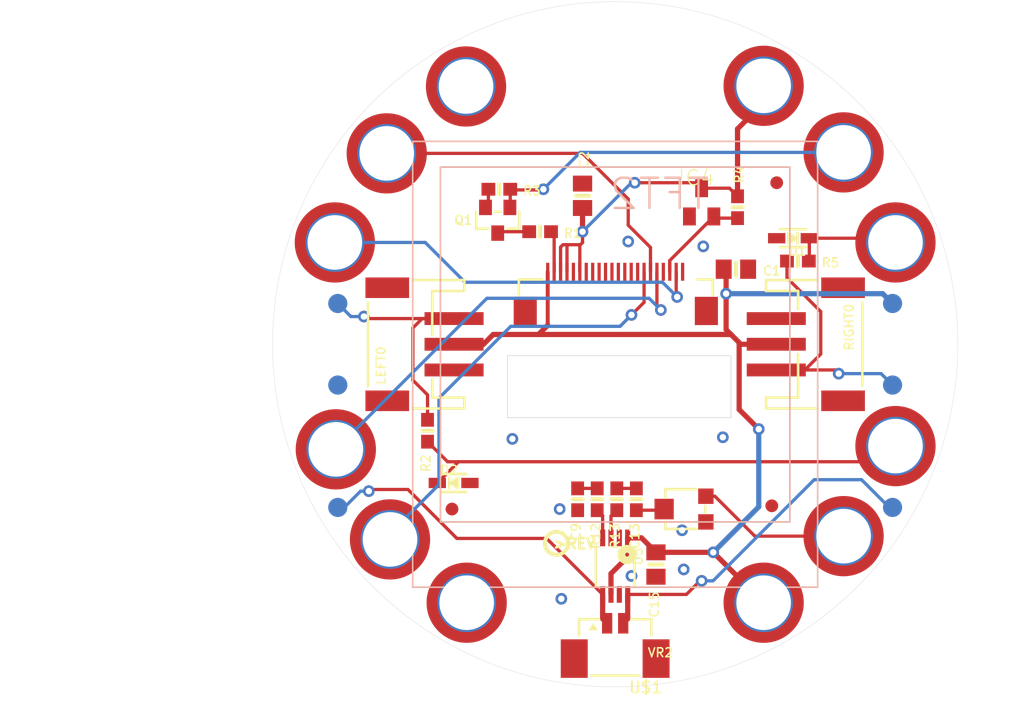
<source format=kicad_pcb>
(kicad_pcb (version 20211014) (generator pcbnew)
  (layers (0 "F.Cu" signal) (1 "In1.Cu" signal) (2 "In2.Cu" signal) (3 "In3.Cu" signal) (4 "In4.Cu" signal) (5 "In5.Cu" signal) (6 "In6.Cu" signal) (7 "In7.Cu" signal) (8 "In8.Cu" signal) (9 "In9.Cu" signal) (10 "In10.Cu" signal) (11 "In11.Cu" signal) (12 "In12.Cu" signal) (13 "In13.Cu" signal) (14 "In14.Cu" signal) (31 "B.Cu" signal) (34 "B.Paste" user) (35 "F.Paste" user) (36 "B.SilkS" user "B.Silkscreen") (37 "F.SilkS" user "F.Silkscreen") (38 "B.Mask" user) (39 "F.Mask" user) (44 "Edge.Cuts" user))
  (net 0 "")
  (net 1 "GND")
  (net 2 "3.3V")
  (net 3 "A0_SPEAKER")
  (net 4 "A3_BACKLITE")
  (net 5 "V+")
  (net 6 "N$19")
  (net 7 "N$20")
  (net 8 "N$21")
  (net 9 "N$22")
  (net 10 "N$23")
  (net 11 "SPKR+")
  (net 12 "SPKR-")
  (net 13 "~{TFT_RST}")
  (net 14 "MOSI")
  (net 15 "SCK")
  (net 16 "A2")
  (net 17 "A2_")
  (net 18 "A1_")
  (net 19 "A1")
  (net 20 "N$1")
  (net 21 "A7_DC")
  (net 22 "A6_CS")
  (net 23 "LEDK")
  (footprint "boardEagle:SMT_NUT_3MM" (layer "F.Cu") (at 160.0581 84.8868 90)
    (fp_text reference "TP2" hide)
    (fp_text value "SEWTAP_SMTNUTM3" hide)
    (fp_circle (center 0 0) (end 2.6162 0) (layer "F.Cu") (width 1.016) (fill none))
    (pad "P$1" thru_hole circle (at 0 0 90) (size 4.572 4.572) (drill 4.25) (layers *.Cu *.Mask) (net 2 "3.3V"))
  )
  (footprint "boardEagle:SMT_NUT_3MM" (layer "F.Cu") (at 130.9751 120.1928 90)
    (fp_text reference "TP13" hide)
    (fp_text value "SEWTAP_SMTNUTM3" hide)
    (fp_circle (center 0 0) (end 2.6162 0) (layer "F.Cu") (width 1.016) (fill none))
    (pad "P$1" thru_hole circle (at 0 0 90) (size 4.572 4.572) (drill 4.25) (layers *.Cu *.Mask) (net 21 "A7_DC"))
  )
  (footprint "boardEagle:SOD-323" (layer "F.Cu") (at 135.9281 115.7986)
    (fp_text reference "D2" (at -1.1 -1) (layer "F.SilkS") (effects (font (size 0.692831 0.692831) (thickness 0.119969)) (justify left)))
    (fp_text value "3.6V")
    (fp_line (start 0.35 -0.4) (end 0.35 0.4) (layer "F.SilkS") (width 0.2032))
    (fp_line (start 0.35 0.4) (end -0.25 0) (layer "F.SilkS") (width 0.2032))
    (fp_line (start -0.25 0) (end 0.35 -0.4) (layer "F.SilkS") (width 0.2032))
    (fp_line (start 1 0.7) (end -1 0.7) (layer "F.SilkS") (width 0.2032))
    (fp_line (start -1 -0.7) (end 1 -0.7) (layer "F.SilkS") (width 0.2032))
    (fp_poly (pts (xy -0.45 0.5) (xy -0.25 0.5) (xy -0.25 -0.5) (xy -0.45 -0.5)) (layer "F.SilkS") (width 0) (fill solid))
    (fp_poly (pts (xy 0.3016 0.389841) (xy -0.283162 0) (xy 0.3016 -0.389841)) (layer "F.SilkS") (width 0) (fill solid))
    (pad "A" smd rect (at 1.27 0) (size 1.35 0.8) (layers "F.Cu" "F.Paste" "F.Mask") (net 1 "GND"))
    (pad "C" smd rect (at -1.27 0) (size 1.35 0.8) (layers "F.Cu" "F.Paste" "F.Mask") (net 19 "A1"))
  )
  (footprint "boardEagle:SMT_NUT_3MM" (layer "F.Cu") (at 136.9441 125.1204 90)
    (fp_text reference "TP5" hide)
    (fp_text value "SEWTAP_SMTNUTM3" hide)
    (fp_circle (center 0 0) (end 2.6162 0) (layer "F.Cu") (width 1.016) (fill none))
    (pad "P$1" thru_hole circle (at 0 0 90) (size 4.572 4.572) (drill 4.25) (layers *.Cu *.Mask) (net 1 "GND"))
  )
  (footprint "boardEagle:FIDUCIAL_1MM" (layer "F.Cu") (at 135.8011 117.8306)
    (fp_text reference "U$3" hide)
    (fp_text value "FIDUCIAL_1MM" hide)
    (pad "1" smd roundrect (at 0 0) (size 1 1) (layers "F.Cu" "F.Mask") (roundrect_rratio 0.5))
  )
  (footprint "boardEagle:SMT_NUT_3MM" (layer "F.Cu") (at 126.7587 113.1824 90)
    (fp_text reference "TP12" hide)
    (fp_text value "SEWTAP_SMTNUTM3" hide)
    (fp_circle (center 0 0) (end 2.6162 0) (layer "F.Cu") (width 1.016) (fill none))
    (pad "P$1" thru_hole circle (at 0 0 90) (size 4.572 4.572) (drill 4.25) (layers *.Cu *.Mask) (net 22 "A6_CS"))
  )
  (footprint "boardEagle:SOT23-WIDE" (layer "F.Cu") (at 139.3571 95.3516 180)
    (fp_text reference "Q1" (at 1.905 0) (layer "F.SilkS") (effects (font (size 0.692831 0.692831) (thickness 0.119969)) (justify right)))
    (fp_text value "BSS138")
    (fp_line (start -1.6724 -0.6604) (end -0.7136 -0.6604) (layer "F.SilkS") (width 0.2032))
    (fp_line (start 1.6724 -0.6604) (end 1.6724 0.6524) (layer "F.SilkS") (width 0.2032))
    (fp_line (start -1.6724 0.6524) (end -1.6724 -0.6604) (layer "F.SilkS") (width 0.2032))
    (fp_line (start 0.2224 0.6604) (end -0.2364 0.6604) (layer "F.SilkS") (width 0.2032))
    (fp_line (start 0.7136 -0.6604) (end 1.6724 -0.6604) (layer "F.SilkS") (width 0.2032))
    (pad "1" smd rect (at -0.95 1 180) (size 1 1.2) (layers "F.Cu" "F.Paste" "F.Mask") (net 4 "A3_BACKLITE"))
    (pad "2" smd rect (at 0.95 1 180) (size 1 1.2) (layers "F.Cu" "F.Paste" "F.Mask") (net 1 "GND"))
    (pad "3" smd rect (at 0 -1 180) (size 1 1.2) (layers "F.Cu" "F.Paste" "F.Mask") (net 20 "N$1"))
  )
  (footprint "boardEagle:0603-NO" (layer "F.Cu") (at 142.6591 96.2406)
    (fp_text reference "R1" (at 1.778 0.127) (layer "F.SilkS") (effects (font (size 0.692831 0.692831) (thickness 0.119969)) (justify left)))
    (fp_text value "33 ohm")
    (fp_line (start 0 -0.4) (end 0 0.4) (layer "F.SilkS") (width 0.3048))
    (pad "1" smd rect (at -0.85 0) (size 1.075 1) (layers "F.Cu" "F.Paste" "F.Mask") (net 20 "N$1"))
    (pad "2" smd rect (at 0.85 0) (size 1.075 1) (layers "F.Cu" "F.Paste" "F.Mask") (net 23 "LEDK"))
  )
  (footprint "boardEagle:0603-NO" (layer "F.Cu") (at 162.7251 98.5266)
    (fp_text reference "R5" (at 1.778 0.127) (layer "F.SilkS") (effects (font (size 0.692831 0.692831) (thickness 0.119969)) (justify left)))
    (fp_text value "1K")
    (fp_line (start 0 -0.4) (end 0 0.4) (layer "F.SilkS") (width 0.3048))
    (pad "1" smd rect (at -0.85 0) (size 1.075 1) (layers "F.Cu" "F.Paste" "F.Mask") (net 17 "A2_"))
    (pad "2" smd rect (at 0.85 0) (size 1.075 1) (layers "F.Cu" "F.Paste" "F.Mask") (net 16 "A2"))
  )
  (footprint "boardEagle:TFTGIZMO_BACK" (layer "F.Cu") (at 121.8311 131.6736)
    (fp_text reference "U$18" hide)
    (fp_text value "" hide)
  )
  (footprint "boardEagle:0805-NO" (layer "F.Cu") (at 157.8991 99.1616)
    (fp_text reference "C1" (at 2.032 0.127) (layer "F.SilkS") (effects (font (size 0.692831 0.692831) (thickness 0.119969)) (justify left)))
    (fp_text value "10uF")
    (fp_line (start 0 -0.508) (end 0 0.508) (layer "F.SilkS") (width 0.3048))
    (pad "1" smd rect (at -0.95 0) (size 1.24 1.5) (layers "F.Cu" "F.Paste" "F.Mask") (net 5 "V+"))
    (pad "2" smd rect (at 0.95 0) (size 1.24 1.5) (layers "F.Cu" "F.Paste" "F.Mask") (net 1 "GND"))
  )
  (footprint "boardEagle:JSTPH3" (layer "F.Cu") (at 163.7411 105.0036 -90)
    (fp_text reference "RIGHT0" (at -3.2225 -2.9685 90) (layer "F.SilkS") (effects (font (size 0.692831 0.692831) (thickness 0.119969)) (justify right)))
    (fp_text value "JST PH 3")
    (fp_line (start -3.25 -4) (end 3.25 -4) (layer "F.SilkS") (width 0.2032))
    (fp_line (start 4.15 3.5) (end 4.15 1) (layer "F.SilkS") (width 0.2032))
    (fp_line (start 5 3.5) (end 4.15 3.5) (layer "F.SilkS") (width 0.2032))
    (fp_line (start -2.75 1) (end -4.15 1) (layer "F.SilkS") (width 0.2032))
    (fp_line (start -4.15 1) (end -4.15 3.5) (layer "F.SilkS") (width 0.2032))
    (fp_line (start 5 -0.5) (end 5 3.5) (layer "F.SilkS") (width 0.2032))
    (fp_line (start -4.15 3.5) (end -5 3.5) (layer "F.SilkS") (width 0.2032))
    (fp_line (start 4.15 1) (end 0.75 1) (layer "F.SilkS") (width 0.2032))
    (fp_line (start -5 3.5) (end -5 -0.5) (layer "F.SilkS") (width 0.2032))
    (pad "1" smd rect (at -2 2.7 270) (size 1 4.6) (layers "F.Cu" "F.Paste" "F.Mask") (net 1 "GND"))
    (pad "2" smd rect (at 0 2.7 270) (size 1 4.6) (layers "F.Cu" "F.Paste" "F.Mask") (net 5 "V+"))
    (pad "3" smd rect (at 2 2.7 270) (size 1 4.6) (layers "F.Cu" "F.Paste" "F.Mask") (net 17 "A2_"))
    (pad "NC1" smd rect (at -4.4 -2.5) (size 3.4 1.6) (layers "F.Cu" "F.Paste" "F.Mask"))
    (pad "NC2" smd rect (at 4.4 -2.5) (size 3.4 1.6) (layers "F.Cu" "F.Paste" "F.Mask"))
  )
  (footprint "boardEagle:PCBFEAT-REV-040" (layer "F.Cu") (at 143.9291 120.4976)
    (fp_text reference "U$7" hide)
    (fp_text value "" hide)
    (fp_text user ">REV" (at -0.3556 0.508) (layer "F.SilkS") (effects (font (size 0.8128 0.8128) (thickness 0.2032)) (justify left bottom)))
    (fp_circle (center 0 0) (end 0.898 0) (layer "F.SilkS") (width 0.3048) (fill none))
  )
  (footprint "boardEagle:0805-NO" (layer "F.Cu") (at 145.9611 93.4466 90)
    (fp_text reference "C2" (at 2.032 0.127 90) (layer "F.SilkS") (effects (font (size 0.692831 0.692831) (thickness 0.119969)) (justify left)))
    (fp_text value "10uF")
    (fp_line (start 0 -0.508) (end 0 0.508) (layer "F.SilkS") (width 0.3048))
    (pad "1" smd rect (at -0.95 0 90) (size 1.24 1.5) (layers "F.Cu" "F.Paste" "F.Mask") (net 2 "3.3V"))
    (pad "2" smd rect (at 0.95 0 90) (size 1.24 1.5) (layers "F.Cu" "F.Paste" "F.Mask") (net 1 "GND"))
  )
  (footprint "boardEagle:SMT_NUT_3MM" (layer "F.Cu") (at 136.8933 84.9376 90)
    (fp_text reference "TP4" hide)
    (fp_text value "SEWTAP_SMTNUTM3" hide)
    (fp_circle (center 0 0) (end 2.6162 0) (layer "F.Cu") (width 1.016) (fill none))
    (pad "P$1" thru_hole circle (at 0 0 90) (size 4.572 4.572) (drill 4.25) (layers *.Cu *.Mask) (net 1 "GND"))
  )
  (footprint "boardEagle:SMT_NUT_3MM" (layer "F.Cu") (at 170.3197 112.9284 90)
    (fp_text reference "TP8" hide)
    (fp_text value "SEWTAP_SMTNUTM3" hide)
    (fp_circle (center 0 0) (end 2.6162 0) (layer "F.Cu") (width 1.016) (fill none))
    (pad "P$1" thru_hole circle (at 0 0 90) (size 4.572 4.572) (drill 4.25) (layers *.Cu *.Mask) (net 19 "A1"))
  )
  (footprint "boardEagle:SMT_NUT_3MM" (layer "F.Cu") (at 166.2811 119.9388 90)
    (fp_text reference "TP9" hide)
    (fp_text value "SEWTAP_SMTNUTM3" hide)
    (fp_circle (center 0 0) (end 2.6162 0) (layer "F.Cu") (width 1.016) (fill none))
    (pad "P$1" thru_hole circle (at 0 0 90) (size 4.572 4.572) (drill 4.25) (layers *.Cu *.Mask) (net 3 "A0_SPEAKER"))
  )
  (footprint "boardEagle:0805-NO" (layer "F.Cu") (at 151.6761 122.1486 -90)
    (fp_text reference "C15" (at 2.032 0.127 90) (layer "F.SilkS") (effects (font (size 0.692831 0.692831) (thickness 0.119969)) (justify right)))
    (fp_text value "10uF")
    (fp_line (start 0 -0.508) (end 0 0.508) (layer "F.SilkS") (width 0.3048))
    (pad "1" smd rect (at -0.95 0 270) (size 1.24 1.5) (layers "F.Cu" "F.Paste" "F.Mask") (net 5 "V+"))
    (pad "2" smd rect (at 0.95 0 270) (size 1.24 1.5) (layers "F.Cu" "F.Paste" "F.Mask") (net 1 "GND"))
  )
  (footprint "boardEagle:0603-NO" (layer "F.Cu") (at 148.6281 117.0686 -90)
    (fp_text reference "R13" (at 1.778 0.127 90) (layer "F.SilkS") (effects (font (size 0.692831 0.692831) (thickness 0.119969)) (justify right)))
    (fp_text value "100")
    (fp_line (start 0 -0.4) (end 0 0.4) (layer "F.SilkS") (width 0.3048))
    (pad "1" smd rect (at -0.85 0 270) (size 1.075 1) (layers "F.Cu" "F.Paste" "F.Mask") (net 9 "N$22"))
    (pad "2" smd rect (at 0.85 0 270) (size 1.075 1) (layers "F.Cu" "F.Paste" "F.Mask") (net 7 "N$20"))
  )
  (footprint "boardEagle:SOT23" (layer "F.Cu") (at 155.2321 93.9546)
    (fp_text reference "IC4" (at -1.905 -1.905) (layer "F.SilkS") (effects (font (size 1.176528 1.176528) (thickness 0.093472)) (justify left)))
    (fp_text value "APX803-SAG")
    (pad "1" smd rect (at -0.95 1.1) (size 1 1.4) (layers "F.Cu" "F.Paste" "F.Mask") (net 1 "GND"))
    (pad "2" smd rect (at 0.95 1.1) (size 1 1.4) (layers "F.Cu" "F.Paste" "F.Mask") (net 13 "~{TFT_RST}"))
    (pad "3" smd rect (at 0 -1.1) (size 1 1.4) (layers "F.Cu" "F.Paste" "F.Mask") (net 2 "3.3V"))
  )
  (footprint "boardEagle:0603-NO" (layer "F.Cu") (at 145.5801 117.0686 -90)
    (fp_text reference "C9" (at 1.778 0.127 90) (layer "F.SilkS") (effects (font (size 0.692831 0.692831) (thickness 0.119969)) (justify right)))
    (fp_text value "1uF")
    (fp_line (start 0 -0.4) (end 0 0.4) (layer "F.SilkS") (width 0.3048))
    (pad "1" smd rect (at -0.85 0 270) (size 1.075 1) (layers "F.Cu" "F.Paste" "F.Mask") (net 8 "N$21"))
    (pad "2" smd rect (at 0.85 0 270) (size 1.075 1) (layers "F.Cu" "F.Paste" "F.Mask") (net 1 "GND"))
  )
  (footprint "boardEagle:SOD-323" (layer "F.Cu") (at 162.3441 96.7486 180)
    (fp_text reference "D1" (at -1.1 -1) (layer "F.SilkS") (effects (font (size 0.692831 0.692831) (thickness 0.119969)) (justify right)))
    (fp_text value "3.6V")
    (fp_line (start -0.25 0) (end 0.35 -0.4) (layer "F.SilkS") (width 0.2032))
    (fp_line (start 0.35 -0.4) (end 0.35 0.4) (layer "F.SilkS") (width 0.2032))
    (fp_line (start 1 0.7) (end -1 0.7) (layer "F.SilkS") (width 0.2032))
    (fp_line (start -1 -0.7) (end 1 -0.7) (layer "F.SilkS") (width 0.2032))
    (fp_line (start 0.35 0.4) (end -0.25 0) (layer "F.SilkS") (width 0.2032))
    (fp_poly (pts (xy 0.3016 0.389841) (xy -0.283162 0) (xy 0.3016 -0.389841)) (layer "F.SilkS") (width 0) (fill solid))
    (fp_poly (pts (xy -0.45 0.5) (xy -0.25 0.5) (xy -0.25 -0.5) (xy -0.45 -0.5)) (layer "F.SilkS") (width 0) (fill solid))
    (pad "A" smd rect (at 1.27 0 180) (size 1.35 0.8) (layers "F.Cu" "F.Paste" "F.Mask") (net 1 "GND"))
    (pad "C" smd rect (at -1.27 0 180) (size 1.35 0.8) (layers "F.Cu" "F.Paste" "F.Mask") (net 16 "A2"))
  )
  (footprint "boardEagle:0603-NO" (layer "F.Cu") (at 139.4841 92.9386)
    (fp_text reference "R3" (at 1.778 0.127) (layer "F.SilkS") (effects (font (size 0.692831 0.692831) (thickness 0.119969)) (justify left)))
    (fp_text value "10K")
    (fp_line (start 0 -0.4) (end 0 0.4) (layer "F.SilkS") (width 0.3048))
    (pad "1" smd rect (at -0.85 0) (size 1.075 1) (layers "F.Cu" "F.Paste" "F.Mask") (net 1 "GND"))
    (pad "2" smd rect (at 0.85 0) (size 1.075 1) (layers "F.Cu" "F.Paste" "F.Mask") (net 4 "A3_BACKLITE"))
  )
  (footprint "boardEagle:TRIMPOT_BOURNS_3303W" (layer "F.Cu") (at 153.9621 117.8306 90)
    (fp_text reference "VR2" (at -11.176 -0.889) (layer "F.SilkS") (effects (font (size 0.692831 0.692831) (thickness 0.119969)) (justify right)))
    (fp_text value "10K trim")
    (fp_line (start -1.55 0.85) (end -1.55 -1.55) (layer "F.SilkS") (width 0.2032))
    (fp_line (start -0.3 1.55) (end 0.25 1.55) (layer "F.SilkS") (width 0.2032))
    (fp_line (start 1.55 -1.55) (end 1.55 0.85) (layer "F.SilkS") (width 0.2032))
    (fp_line (start 0.9 -1.55) (end 1.55 -1.55) (layer "F.SilkS") (width 0.2032))
    (fp_line (start -1.55 -1.55) (end -0.95 -1.55) (layer "F.SilkS") (width 0.2032))
    (pad "1" smd rect (at -1 1.6 180) (size 1.2 1.2) (layers "F.Cu" "F.Paste" "F.Mask") (net 1 "GND"))
    (pad "2" smd rect (at 0 -1.65 90) (size 1.6 1.5) (layers "F.Cu" "F.Paste" "F.Mask") (net 10 "N$23"))
    (pad "3" smd rect (at 1 1.6 180) (size 1.2 1.2) (layers "F.Cu" "F.Paste" "F.Mask") (net 3 "A0_SPEAKER"))
  )
  (footprint "boardEagle:MSOP8_0.65MM" (layer "F.Cu") (at 148.5011 122.2756 180)
    (fp_text reference "U5" (at -1.778 1.524 90) (layer "F.SilkS") (effects (font (size 0.692831 0.692831) (thickness 0.119969)) (justify right)))
    (fp_text value "PAM8302AASCR")
    (fp_line (start -1.5 -1.5) (end -1.5 1.5) (layer "F.SilkS") (width 0.2032))
    (fp_line (start 1.5 1.5) (end 1.5 -1.5) (layer "F.SilkS") (width 0.2032))
    (fp_circle (center -0.93 0.9) (end -0.78 0.9) (layer "F.SilkS") (width 0.6096) (fill none))
    (pad "1" smd rect (at -0.975 2.2 270) (size 1.3 0.4) (layers "F.Cu" "F.Paste" "F.Mask") (net 5 "V+"))
    (pad "2" smd rect (at -0.325 2.2 270) (size 1.3 0.4) (layers "F.Cu" "F.Paste" "F.Mask"))
    (pad "3" smd rect (at 0.325 2.2 270) (size 1.3 0.4) (layers "F.Cu" "F.Paste" "F.Mask") (net 7 "N$20"))
    (pad "4" smd rect (at 0.975 2.2 270) (size 1.3 0.4) (layers "F.Cu" "F.Paste" "F.Mask") (net 6 "N$19"))
    (pad "5" smd rect (at 0.975 -2.2 270) (size 1.3 0.4) (layers "F.Cu" "F.Paste" "F.Mask") (net 11 "SPKR+"))
    (pad "6" smd rect (at 0.325 -2.2 270) (size 1.3 0.4) (layers "F.Cu" "F.Paste" "F.Mask") (net 5 "V+"))
    (pad "7" smd rect (at -0.325 -2.2 270) (size 1.3 0.4) (layers "F.Cu" "F.Paste" "F.Mask") (net 1 "GND"))
    (pad "8" smd rect (at -0.975 -2.2 270) (size 1.3 0.4) (layers "F.Cu" "F.Paste" "F.Mask") (net 12 "SPKR-"))
  )
  (footprint "boardEagle:0603-NO" (layer "F.Cu") (at 150.1521 117.0686 -90)
    (fp_text reference "C13" (at 1.778 0.127 90) (layer "F.SilkS") (effects (font (size 0.692831 0.692831) (thickness 0.119969)) (justify right)))
    (fp_text value "1uF")
    (fp_line (start 0 -0.4) (end 0 0.4) (layer "F.SilkS") (width 0.3048))
    (pad "1" smd rect (at -0.85 0 270) (size 1.075 1) (layers "F.Cu" "F.Paste" "F.Mask") (net 9 "N$22"))
    (pad "2" smd rect (at 0.85 0 270) (size 1.075 1) (layers "F.Cu" "F.Paste" "F.Mask") (net 10 "N$23"))
  )
  (footprint "boardEagle:SMT_NUT_3MM" (layer "F.Cu") (at 160.0581 125.1204 90)
    (fp_text reference "TP3" hide)
    (fp_text value "SEWTAP_SMTNUTM3" hide)
    (fp_circle (center 0 0) (end 2.6162 0) (layer "F.Cu") (width 1.016) (fill none))
    (pad "P$1" thru_hole circle (at 0 0 90) (size 4.572 4.572) (drill 4.25) (layers *.Cu *.Mask) (net 5 "V+"))
  )
  (footprint "boardEagle:SMT_NUT_3MM" (layer "F.Cu") (at 170.3197 97.0788 90)
    (fp_text reference "TP7" hide)
    (fp_text value "SEWTAP_SMTNUTM3" hide)
    (fp_circle (center 0 0) (end 2.6162 0) (layer "F.Cu") (width 1.016) (fill none))
    (pad "P$1" thru_hole circle (at 0 0 90) (size 4.572 4.572) (drill 4.25) (layers *.Cu *.Mask) (net 16 "A2"))
  )
  (footprint "boardEagle:SMT_NUT_3MM" (layer "F.Cu") (at 126.6825 97.0788 90)
    (fp_text reference "TP11" hide)
    (fp_text value "SEWTAP_SMTNUTM3" hide)
    (fp_circle (center 0 0) (end 2.6162 0) (layer "F.Cu") (width 1.016) (fill none))
    (pad "P$1" thru_hole circle (at 0 0 90) (size 4.572 4.572) (drill 4.25) (layers *.Cu *.Mask) (net 14 "MOSI"))
  )
  (footprint "boardEagle:FIDUCIAL_1MM" (layer "F.Cu") (at 161.0741 92.4306)
    (fp_text reference "U$2" hide)
    (fp_text value "FIDUCIAL_1MM" hide)
    (pad "1" smd roundrect (at 0 0) (size 1 1) (layers "F.Cu" "F.Mask") (roundrect_rratio 0.5))
  )
  (footprint "boardEagle:0603-NO" (layer "F.Cu") (at 158.0261 94.3356 90)
    (fp_text reference "R4" (at 1.778 0.127 90) (layer "F.SilkS") (effects (font (size 0.692831 0.692831) (thickness 0.119969)) (justify left)))
    (fp_text value "10K")
    (fp_line (start 0 -0.4) (end 0 0.4) (layer "F.SilkS") (width 0.3048))
    (pad "1" smd rect (at -0.85 0 90) (size 1.075 1) (layers "F.Cu" "F.Paste" "F.Mask") (net 13 "~{TFT_RST}"))
    (pad "2" smd rect (at 0.85 0 90) (size 1.075 1) (layers "F.Cu" "F.Paste" "F.Mask") (net 2 "3.3V"))
  )
  (footprint "boardEagle:SMT_NUT_3MM" (layer "F.Cu") (at 166.2811 90.0684 90)
    (fp_text reference "TP6" hide)
    (fp_text value "SEWTAP_SMTNUTM3" hide)
    (fp_circle (center 0 0) (end 2.6162 0) (layer "F.Cu") (width 1.016) (fill none))
    (pad "P$1" thru_hole circle (at 0 0 90) (size 4.572 4.572) (drill 4.25) (layers *.Cu *.Mask) (net 4 "A3_BACKLITE"))
  )
  (footprint "boardEagle:0603-NO" (layer "F.Cu") (at 147.1041 117.0686 -90)
    (fp_text reference "R12" (at 1.778 0.127 90) (layer "F.SilkS") (effects (font (size 0.692831 0.692831) (thickness 0.119969)) (justify right)))
    (fp_text value "100")
    (fp_line (start 0 -0.4) (end 0 0.4) (layer "F.SilkS") (width 0.3048))
    (pad "1" smd rect (at -0.85 0 270) (size 1.075 1) (layers "F.Cu" "F.Paste" "F.Mask") (net 8 "N$21"))
    (pad "2" smd rect (at 0.85 0 270) (size 1.075 1) (layers "F.Cu" "F.Paste" "F.Mask") (net 6 "N$19"))
  )
  (footprint "boardEagle:53398-0271" (layer "F.Cu") (at 148.5011 127.9906 180)
    (fp_text reference "U$1" (at -3.75 -3.73) (layer "F.SilkS") (effects (font (size 0.866038 0.866038) (thickness 0.149962)) (justify right)))
    (fp_text value "CON_MOLEX_2P")
    (fp_line (start 1.25 1.5826) (end 2.8125 1.5826) (layer "F.SilkS") (width 0.2032))
    (fp_line (start -1.875 -2.7925) (end 1.875 -2.7925) (layer "F.SilkS") (width 0.2032))
    (fp_line (start -2.8125 1.5826) (end -1.25 1.5826) (layer "F.SilkS") (width 0.2032))
    (fp_line (start 2.8125 1.5826) (end 2.8125 0.3325) (layer "F.SilkS") (width 0.2032))
    (fp_line (start -2.8125 0.3325) (end -2.8125 1.5826) (layer "F.SilkS") (width 0.2032))
    (fp_poly (pts (xy 1.705 1.287476) (xy 1.332349 0.7285) (xy 2.077651 0.7285)) (layer "F.SilkS") (width 0) (fill solid))
    (pad "1" smd rect (at 0.625 1.27) (size 0.8 1.6) (layers "F.Cu" "F.Paste" "F.Mask") (net 11 "SPKR+"))
    (pad "2" smd rect (at -0.625 1.27) (size 0.8 1.6) (layers "F.Cu" "F.Paste" "F.Mask") (net 12 "SPKR-"))
    (pad "M1" smd rect (at 3.185 -1.48 90) (size 3 2.1) (layers "F.Cu" "F.Paste" "F.Mask"))
    (pad "M2" smd rect (at -3.185 -1.48 90) (size 3 2.1) (layers "F.Cu" "F.Paste" "F.Mask"))
  )
  (footprint "boardEagle:JSTPH3" (layer "F.Cu") (at 133.2611 105.0036 90)
    (fp_text reference "LEFT0" (at -3.2225 -2.9685 90) (layer "F.SilkS") (effects (font (size 0.692831 0.692831) (thickness 0.119969)) (justify left)))
    (fp_text value "JST PH 3")
    (fp_line (start -5 3.5) (end -5 -0.5) (layer "F.SilkS") (width 0.2032))
    (fp_line (start -4.15 1) (end -4.15 3.5) (layer "F.SilkS") (width 0.2032))
    (fp_line (start 4.15 1) (end 0.75 1) (layer "F.SilkS") (width 0.2032))
    (fp_line (start -4.15 3.5) (end -5 3.5) (layer "F.SilkS") (width 0.2032))
    (fp_line (start -2.75 1) (end -4.15 1) (layer "F.SilkS") (width 0.2032))
    (fp_line (start -3.25 -4) (end 3.25 -4) (layer "F.SilkS") (width 0.2032))
    (fp_line (start 4.15 3.5) (end 4.15 1) (layer "F.SilkS") (width 0.2032))
    (fp_line (start 5 -0.5) (end 5 3.5) (layer "F.SilkS") (width 0.2032))
    (fp_line (start 5 3.5) (end 4.15 3.5) (layer "F.SilkS") (width 0.2032))
    (pad "1" smd rect (at -2 2.7 90) (size 1 4.6) (layers "F.Cu" "F.Paste" "F.Mask") (net 1 "GND"))
    (pad "2" smd rect (at 0 2.7 90) (size 1 4.6) (layers "F.Cu" "F.Paste" "F.Mask") (net 5 "V+"))
    (pad "3" smd rect (at 2 2.7 90) (size 1 4.6) (layers "F.Cu" "F.Paste" "F.Mask") (net 18 "A1_"))
    (pad "NC1" smd rect (at -4.4 -2.5 180) (size 3.4 1.6) (layers "F.Cu" "F.Paste" "F.Mask"))
    (pad "NC2" smd rect (at 4.4 -2.5 180) (size 3.4 1.6) (layers "F.Cu" "F.Paste" "F.Mask"))
  )
  (footprint "boardEagle:FIDUCIAL_1MM" (layer "F.Cu") (at 160.6931 117.5766)
    (fp_text reference "U$6" hide)
    (fp_text value "FIDUCIAL_1MM" hide)
    (pad "1" smd roundrect (at 0 0) (size 1 1) (layers "F.Cu" "F.Mask") (roundrect_rratio 0.5))
  )
  (footprint "boardEagle:SMT_NUT_3MM" (layer "F.Cu") (at 130.7211 90.1446 90)
    (fp_text reference "TP10" hide)
    (fp_text value "SEWTAP_SMTNUTM3" hide)
    (fp_circle (center 0 0) (end 2.6162 0) (layer "F.Cu") (width 1.016) (fill none))
    (pad "P$1" thru_hole circle (at 0 0 90) (size 4.572 4.572) (drill 4.25) (layers *.Cu *.Mask) (net 15 "SCK"))
  )
  (footprint "boardEagle:0603-NO" (layer "F.Cu") (at 133.8961 111.7346 -90)
    (fp_text reference "R2" (at 1.778 0.127 90) (layer "F.SilkS") (effects (font (size 0.692831 0.692831) (thickness 0.119969)) (justify right)))
    (fp_text value "1K")
    (fp_line (start 0 -0.4) (end 0 0.4) (layer "F.SilkS") (width 0.3048))
    (pad "1" smd rect (at -0.85 0 270) (size 1.075 1) (layers "F.Cu" "F.Paste" "F.Mask") (net 18 "A1_"))
    (pad "2" smd rect (at 0.85 0 270) (size 1.075 1) (layers "F.Cu" "F.Paste" "F.Mask") (net 19 "A1"))
  )
  (footprint "boardEagle:TESTPOINT_ROUND_1.5MM_NO" (layer "B.Cu") (at 170.0911 117.7036 180)
    (fp_text reference "TP16" hide)
    (fp_text value "" hide)
    (pad "P$1" smd roundrect (at 0 0 180) (size 1.5 1.5) (layers "B.Cu" "B.Mask") (roundrect_rratio 0.5) (net 12 "SPKR-"))
  )
  (footprint "boardEagle:TESTPOINT_ROUND_1.5MM_NO" (layer "B.Cu") (at 126.9111 101.8286 180)
    (fp_text reference "TP1" hide)
    (fp_text value "" hide)
    (pad "P$1" smd roundrect (at 0 0 180) (size 1.5 1.5) (layers "B.Cu" "B.Mask") (roundrect_rratio 0.5) (net 18 "A1_"))
  )
  (footprint "boardEagle:TESTPOINT_ROUND_1.5MM_NO" (layer "B.Cu") (at 126.9111 108.1786 180)
    (fp_text reference "TP18" hide)
    (fp_text value "" hide)
    (pad "P$1" smd roundrect (at 0 0 180) (size 1.5 1.5) (layers "B.Cu" "B.Mask") (roundrect_rratio 0.5) (net 1 "GND"))
  )
  (footprint "boardEagle:TFT_1.54IN_240X240_22PIN" (layer "B.Cu") (at 148.5011 102.0826 180)
    (fp_text reference "TFT2" (at -7.5 8.77) (layer "B.SilkS") (effects (font (size 2.353056 2.353056) (thickness 0.186944)) (justify left mirror)))
    (fp_text value "DISP_TFT_1.54IN_240X240_22P")
    (fp_line (start 13.6 -16.75) (end -13.6 -16.75) (layer "B.SilkS") (width 0.127))
    (fp_line (start 15.76 -21.83) (end -15.76 -21.83) (layer "B.SilkS") (width 0.127))
    (fp_line (start 13.6 10.87) (end 13.6 -16.75) (layer "B.SilkS") (width 0.127))
    (fp_line (start 15.76 12.87) (end 15.76 -21.83) (layer "B.SilkS") (width 0.127))
    (fp_line (start -15.76 -21.83) (end -15.76 12.87) (layer "B.SilkS") (width 0.127))
    (fp_line (start -13.6 -16.75) (end -13.6 10.87) (layer "B.SilkS") (width 0.127))
    (fp_line (start -13.6 10.87) (end 13.6 10.87) (layer "B.SilkS") (width 0.127))
    (fp_line (start -15.76 12.87) (end 15.76 12.87) (layer "B.SilkS") (width 0.127))
    (fp_line (start 5.7 2.122) (end 7.5 2.122) (layer "F.SilkS") (width 0.2032))
    (fp_line (start -6.4 2.122) (end -7.6 2.122) (layer "F.SilkS") (width 0.2032))
    (fp_line (start 7.5 2.122) (end 7.5 0.922) (layer "F.SilkS") (width 0.2032))
    (fp_line (start -7.6 2.122) (end -7.6 0.922) (layer "F.SilkS") (width 0.2032))
    (pad "1" smd rect (at 5.25 2.722) (size 0.25 1.4) (layers "F.Cu" "F.Paste" "F.Mask") (net 5 "V+"))
    (pad "2" smd rect (at 4.75 2.722) (size 0.25 1.4) (layers "F.Cu" "F.Paste" "F.Mask") (net 23 "LEDK"))
    (pad "3" smd rect (at 4.25 2.722) (size 0.25 1.4) (layers "F.Cu" "F.Paste" "F.Mask") (net 2 "3.3V"))
    (pad "4" smd rect (at 3.75 2.722) (size 0.25 1.4) (layers "F.Cu" "F.Paste" "F.Mask") (net 2 "3.3V"))
    (pad "5" smd rect (at 3.25 2.722) (size 0.25 1.4) (layers "F.Cu" "F.Paste" "F.Mask") (net 1 "GND"))
    (pad "6" smd rect (at 2.75 2.722) (size 0.25 1.4) (layers "F.Cu" "F.Paste" "F.Mask") (net 2 "3.3V"))
    (pad "7" smd rect (at 2.25 2.722) (size 0.25 1.4) (layers "F.Cu" "F.Paste" "F.Mask") (net 1 "GND"))
    (pad "8" smd rect (at 1.75 2.722) (size 0.25 1.4) (layers "F.Cu" "F.Paste" "F.Mask") (net 1 "GND"))
    (pad "9" smd rect (at 1.25 2.722) (size 0.25 1.4) (layers "F.Cu" "F.Paste" "F.Mask") (net 1 "GND"))
    (pad "10" smd rect (at 0.75 2.722) (size 0.25 1.4) (layers "F.Cu" "F.Paste" "F.Mask") (net 1 "GND"))
    (pad "11" smd rect (at 0.25 2.722) (size 0.25 1.4) (layers "F.Cu" "F.Paste" "F.Mask") (net 1 "GND"))
    (pad "12" smd rect (at -0.25 2.722) (size 0.25 1.4) (layers "F.Cu" "F.Paste" "F.Mask") (net 1 "GND"))
    (pad "13" smd rect (at -0.75 2.722) (size 0.25 1.4) (layers "F.Cu" "F.Paste" "F.Mask") (net 1 "GND"))
    (pad "14" smd rect (at -1.25 2.722) (size 0.25 1.4) (layers "F.Cu" "F.Paste" "F.Mask") (net 1 "GND"))
    (pad "15" smd rect (at -1.75 2.722) (size 0.25 1.4) (layers "F.Cu" "F.Paste" "F.Mask") (net 1 "GND"))
    (pad "16" smd rect (at -2.25 2.722) (size 0.25 1.4) (layers "F.Cu" "F.Paste" "F.Mask") (net 21 "A7_DC"))
    (pad "17" smd rect (at -2.75 2.722) (size 0.25 1.4) (layers "F.Cu" "F.Paste" "F.Mask") (net 15 "SCK"))
    (pad "18" smd rect (at -3.25 2.722) (size 0.25 1.4) (layers "F.Cu" "F.Paste" "F.Mask") (net 22 "A6_CS"))
    (pad "19" smd rect (at -3.75 2.722) (size 0.25 1.4) (layers "F.Cu" "F.Paste" "F.Mask"))
    (pad "20" smd rect (at -4.25 2.722) (size 0.25 1.4) (layers "F.Cu" "F.Paste" "F.Mask") (net 13 "~{TFT_RST}"))
    (pad "21" smd rect (at -4.75 2.722) (size 0.25 1.4) (layers "F.Cu" "F.Paste" "F.Mask") (net 14 "MOSI"))
    (pad "22" smd rect (at -5.25 2.722) (size 0.25 1.4) (layers "F.Cu" "F.Paste" "F.Mask") (net 1 "GND"))
    (pad "SUPPORT1" smd rect (at 7 -0.328) (size 1.8 2.2) (layers "F.Cu" "F.Paste" "F.Mask") (net 1 "GND"))
    (pad "SUPPORT2" smd rect (at -7.1 -0.328) (size 1.8 2.2) (layers "F.Cu" "F.Paste" "F.Mask") (net 1 "GND"))
  )
  (footprint "boardEagle:TESTPOINT_ROUND_1.5MM_NO" (layer "B.Cu") (at 170.0911 101.8286 180)
    (fp_text reference "TP17" hide)
    (fp_text value "" hide)
    (pad "P$1" smd roundrect (at 0 0 180) (size 1.5 1.5) (layers "B.Cu" "B.Mask") (roundrect_rratio 0.5) (net 5 "V+"))
  )
  (footprint "boardEagle:TESTPOINT_ROUND_1.5MM_NO" (layer "B.Cu") (at 126.9111 117.7036 180)
    (fp_text reference "TP15" hide)
    (fp_text value "" hide)
    (pad "P$1" smd roundrect (at 0 0 180) (size 1.5 1.5) (layers "B.Cu" "B.Mask") (roundrect_rratio 0.5) (net 11 "SPKR+"))
  )
  (footprint "boardEagle:TESTPOINT_ROUND_1.5MM_NO" (layer "B.Cu") (at 170.0911 108.1786 180)
    (fp_text reference "TP14" hide)
    (fp_text value "" hide)
    (pad "P$1" smd roundrect (at 0 0 180) (size 1.5 1.5) (layers "B.Cu" "B.Mask") (roundrect_rratio 0.5) (net 17 "A2_"))
  )
  (footprint "boardEagle:TFTGIZMO_FRONT" (layer "B.Cu") (at 175.1711 131.6736 180)
    (fp_text reference "U$17" hide)
    (fp_text value "" hide)
  )
  (gr_line (start 157.5181 110.7186) (end 157.5181 105.8926) (layer "Edge.Cuts") (width 0.05))
  (gr_line (start 140.1191 105.8926) (end 140.1191 110.7186) (layer "Edge.Cuts") (width 0.05))
  (gr_circle (center 148.5011 105.0036) (end 175.1711 105.0036) (layer "Edge.Cuts") (width 0.0254) (fill none))
  (gr_line (start 140.1191 110.7186) (end 157.5181 110.7186) (layer "Edge.Cuts") (width 0.05))
  (gr_line (start 157.5181 105.8926) (end 140.1191 105.8926) (layer "Edge.Cuts") (width 0.05))
  (segment (start 138.6341 92.9386) (end 138.6341 94.1246) (width 0.254) (layer "F.Cu") (net 1))
  (segment (start 138.6341 94.1246) (end 138.4071 94.3516) (width 0.254) (layer "F.Cu") (net 1))
  (via (at 156.8831 112.2426) (size 0.9064) (drill 0.5) (layers "F.Cu" "B.Cu") (net 1))
  (via (at 140.5001 112.3696) (size 0.9064) (drill 0.5) (layers "F.Cu" "B.Cu") (net 1))
  (via (at 153.7081 119.4816) (size 0.9064) (drill 0.5) (layers "F.Cu" "B.Cu") (net 1))
  (via (at 153.8351 122.5296) (size 0.9064) (drill 0.5) (layers "F.Cu" "B.Cu") (net 1))
  (via (at 149.7711 123.0376) (size 0.9064) (drill 0.5) (layers "F.Cu" "B.Cu") (net 1))
  (via (at 155.3591 97.3836) (size 0.9064) (drill 0.5) (layers "F.Cu" "B.Cu") (net 1))
  (via (at 144.3101 124.8156) (size 0.9064) (drill 0.5) (layers "F.Cu" "B.Cu") (net 1))
  (via (at 149.5171 97.0026) (size 0.9064) (drill 0.5) (layers "F.Cu" "B.Cu") (net 1))
  (via (at 144.1831 117.8306) (size 0.9064) (drill 0.5) (layers "F.Cu" "B.Cu") (net 1))
  (segment (start 144.7511 97.316604) (end 144.6911 97.2566) (width 0.254) (layer "F.Cu") (net 2))
  (segment (start 144.2511 97.4426) (end 144.2511 99.3606) (width 0.254) (layer "F.Cu") (net 2))
  (segment (start 157.3951 92.8546) (end 155.2321 92.8546) (width 0.254) (layer "F.Cu") (net 2))
  (segment (start 160.0581 86.2076) (end 160.0581 84.8868) (width 0.4064) (layer "F.Cu") (net 2))
  (segment (start 145.7511 99.3606) (end 145.7511 97.3006) (width 0.254) (layer "F.Cu") (net 2))
  (segment (start 158.0261 93.4856) (end 157.3951 92.8546) (width 0.254) (layer "F.Cu") (net 2))
  (segment (start 150.0251 92.4306) (end 154.8081 92.4306) (width 0.254) (layer "F.Cu") (net 2))
  (segment (start 144.7511 99.3606) (end 144.7511 97.316604) (width 0.254) (layer "F.Cu") (net 2))
  (segment (start 144.6911 97.2566) (end 144.4371 97.2566) (width 0.254) (layer "F.Cu") (net 2))
  (segment (start 145.7511 97.3006) (end 145.7071 97.2566) (width 0.254) (layer "F.Cu") (net 2))
  (segment (start 158.0261 93.4856) (end 158.0261 88.2396) (width 0.4064) (layer "F.Cu") (net 2))
  (segment (start 145.9611 94.3966) (end 145.9611 96.2406) (width 0.4064) (layer "F.Cu") (net 2))
  (segment (start 144.4371 97.2566) (end 144.2511 97.4426) (width 0.254) (layer "F.Cu") (net 2))
  (segment (start 158.0261 88.2396) (end 160.0581 86.2076) (width 0.4064) (layer "F.Cu") (net 2))
  (segment (start 154.8081 92.4306) (end 155.2321 92.8546) (width 0.254) (layer "F.Cu") (net 2))
  (segment (start 145.9611 97.0906) (end 145.9611 96.2406) (width 0.254) (layer "F.Cu") (net 2))
  (segment (start 145.7071 97.2566) (end 144.6911 97.2566) (width 0.254) (layer "F.Cu") (net 2))
  (segment (start 145.7511 97.3006) (end 145.9611 97.0906) (width 0.254) (layer "F.Cu") (net 2))
  (via (at 145.9611 96.2406) (size 0.9064) (drill 0.5) (layers "F.Cu" "B.Cu") (net 2))
  (via (at 150.0251 92.4306) (size 0.9064) (drill 0.5) (layers "F.Cu" "B.Cu") (net 2))
  (segment (start 149.7711 92.4306) (end 150.0251 92.4306) (width 0.254) (layer "B.Cu") (net 2))
  (segment (start 145.9611 96.2406) (end 149.7711 92.4306) (width 0.254) (layer "B.Cu") (net 2))
  (segment (start 159.3723 119.9388) (end 166.2811 119.9388) (width 0.254) (layer "F.Cu") (net 3))
  (segment (start 156.2641 116.8306) (end 159.3723 119.9388) (width 0.254) (layer "F.Cu") (net 3))
  (segment (start 155.5621 116.8306) (end 156.2641 116.8306) (width 0.254) (layer "F.Cu") (net 3))
  (segment (start 140.3341 94.3246) (end 140.3071 94.3516) (width 0.254) (layer "F.Cu") (net 4))
  (segment (start 140.3849 92.9894) (end 140.3341 92.9386) (width 0.254) (layer "F.Cu") (net 4))
  (segment (start 142.8623 92.9894) (end 140.3849 92.9894) (width 0.254) (layer "F.Cu") (net 4))
  (segment (start 142.9131 92.9386) (end 142.8623 92.9894) (width 0.254) (layer "F.Cu") (net 4))
  (segment (start 140.3341 92.9386) (end 140.3341 94.3246) (width 0.254) (layer "F.Cu") (net 4))
  (via (at 142.9131 92.9386) (size 0.9064) (drill 0.5) (layers "F.Cu" "B.Cu") (net 4))
  (segment (start 166.2811 90.0684) (end 145.7833 90.0684) (width 0.254) (layer "B.Cu") (net 4))
  (segment (start 145.7833 90.0684) (end 142.9131 92.9386) (width 0.254) (layer "B.Cu") (net 4))
  (segment (start 157.1371 99.3496) (end 157.1371 101.0666) (width 0.4064) (layer "F.Cu") (net 5))
  (segment (start 139.0091 104.2416) (end 142.5321 104.2416) (width 0.4064) (layer "F.Cu") (net 5))
  (segment (start 149.4761 121.5546) (end 149.4761 120.0756) (width 0.4064) (layer "F.Cu") (net 5))
  (segment (start 157.1371 101.0666) (end 157.1371 103.8606) (width 0.4064) (layer "F.Cu") (net 5))
  (segment (start 135.9611 105.0036) (end 138.2471 105.0036) (width 0.4064) (layer "F.Cu") (net 5))
  (segment (start 143.2511 103.5226) (end 142.5321 104.2416) (width 0.4064) (layer "F.Cu") (net 5))
  (segment (start 158.1531 105.0036) (end 158.1531 104.8766) (width 0.4064) (layer "F.Cu") (net 5))
  (segment (start 158.1531 104.8766) (end 157.5181 104.2416) (width 0.4064) (layer "F.Cu") (net 5))
  (segment (start 148.1761 124.4756) (end 148.1761 122.8546) (width 0.4064) (layer "F.Cu") (net 5))
  (segment (start 151.6761 121.1986) (end 150.5531 120.0756) (width 0.4064) (layer "F.Cu") (net 5))
  (segment (start 142.5321 104.2416) (end 157.5181 104.2416) (width 0.4064) (layer "F.Cu") (net 5))
  (segment (start 148.1761 122.8546) (end 149.4761 121.5546) (width 0.4064) (layer "F.Cu") (net 5))
  (segment (start 138.2471 105.0036) (end 139.0091 104.2416) (width 0.4064) (layer "F.Cu") (net 5))
  (segment (start 160.0581 125.1204) (end 156.1363 121.1986) (width 0.4064) (layer "F.Cu") (net 5))
  (segment (start 143.2511 99.3606) (end 143.2511 103.5226) (width 0.3048) (layer "F.Cu") (net 5))
  (segment (start 157.5181 104.2416) (end 157.1371 103.8606) (width 0.4064) (layer "F.Cu") (net 5))
  (segment (start 156.1363 121.1986) (end 151.6761 121.1986) (width 0.4064) (layer "F.Cu") (net 5))
  (segment (start 158.1531 105.0036) (end 158.1531 110.0836) (width 0.4064) (layer "F.Cu") (net 5))
  (segment (start 161.0411 105.0036) (end 158.1531 105.0036) (width 0.4064) (layer "F.Cu") (net 5))
  (segment (start 150.5531 120.0756) (end 149.4761 120.0756) (width 0.4064) (layer "F.Cu") (net 5))
  (segment (start 158.1531 110.0836) (end 159.6771 111.6076) (width 0.4064) (layer "F.Cu") (net 5))
  (segment (start 156.9491 99.1616) (end 157.1371 99.3496) (width 0.4064) (layer "F.Cu") (net 5))
  (via (at 157.1371 101.0666) (size 0.9064) (drill 0.5) (layers "F.Cu" "B.Cu") (net 5))
  (via (at 159.6771 111.6076) (size 0.9064) (drill 0.5) (layers "F.Cu" "B.Cu") (net 5))
  (via (at 156.1363 121.1986) (size 0.9064) (drill 0.5) (layers "F.Cu" "B.Cu") (net 5))
  (segment (start 157.1371 101.0666) (end 169.3291 101.0666) (width 0.4064) (layer "B.Cu") (net 5))
  (segment (start 169.3291 101.0666) (end 170.0911 101.8286) (width 0.4064) (layer "B.Cu") (net 5))
  (segment (start 159.6771 111.6076) (end 159.6771 117.6578) (width 0.4064) (layer "B.Cu") (net 5))
  (segment (start 159.6771 117.6578) (end 156.1363 121.1986) (width 0.4064) (layer "B.Cu") (net 5))
  (segment (start 147.5261 118.3406) (end 147.1041 117.9186) (width 0.254) (layer "F.Cu") (net 6))
  (segment (start 147.5261 120.0756) (end 147.5261 118.3406) (width 0.254) (layer "F.Cu") (net 6))
  (segment (start 148.1761 118.3706) (end 148.1761 120.0756) (width 0.254) (layer "F.Cu") (net 7))
  (segment (start 148.6281 117.9186) (end 148.1761 118.3706) (width 0.254) (layer "F.Cu") (net 7))
  (segment (start 145.5801 116.2186) (end 147.1041 116.2186) (width 0.254) (layer "F.Cu") (net 8))
  (segment (start 148.6281 116.2186) (end 150.1521 116.2186) (width 0.254) (layer "F.Cu") (net 9))
  (segment (start 150.1521 117.9186) (end 152.2241 117.9186) (width 0.254) (layer "F.Cu") (net 10))
  (segment (start 152.2241 117.9186) (end 152.3121 117.8306) (width 0.254) (layer "F.Cu") (net 10))
  (segment (start 132.3721 116.3066) (end 129.4511 116.3066) (width 0.254) (layer "F.Cu") (net 11))
  (segment (start 136.1821 120.1166) (end 132.3721 116.3066) (width 0.254) (layer "F.Cu") (net 11))
  (segment (start 143.1671 120.1166) (end 136.1821 120.1166) (width 0.254) (layer "F.Cu") (net 11))
  (segment (start 129.4511 116.3066) (end 129.3241 116.4336) (width 0.254) (layer "F.Cu") (net 11))
  (segment (start 147.5261 126.3706) (end 147.8761 126.7206) (width 0.4064) (layer "F.Cu") (net 11))
  (segment (start 147.5261 124.4756) (end 143.1671 120.1166) (width 0.254) (layer "F.Cu") (net 11))
  (segment (start 147.5261 124.4756) (end 147.5261 126.3706) (width 0.4064) (layer "F.Cu") (net 11))
  (via (at 129.3241 116.4336) (size 0.9064) (drill 0.5) (layers "F.Cu" "B.Cu") (net 11))
  (segment (start 129.3241 116.4336) (end 128.6891 116.4336) (width 0.254) (layer "B.Cu") (net 11))
  (segment (start 127.4191 117.7036) (end 126.9111 117.7036) (width 0.254) (layer "B.Cu") (net 11))
  (segment (start 128.6891 116.4336) (end 127.4191 117.7036) (width 0.254) (layer "B.Cu") (net 11))
  (segment (start 154.0481 124.4756) (end 155.1051 123.4186) (width 0.254) (layer "F.Cu") (net 12))
  (segment (start 149.4761 126.3706) (end 149.4761 124.4756) (width 0.4064) (layer "F.Cu") (net 12))
  (segment (start 149.4761 126.3706) (end 149.1261 126.7206) (width 0.4064) (layer "F.Cu") (net 12))
  (segment (start 155.1051 123.4186) (end 155.2321 123.4186) (width 0.254) (layer "F.Cu") (net 12))
  (segment (start 149.4761 124.4756) (end 154.0481 124.4756) (width 0.254) (layer "F.Cu") (net 12))
  (via (at 155.2321 123.4186) (size 0.9064) (drill 0.5) (layers "F.Cu" "B.Cu") (net 12))
  (segment (start 167.6781 115.5446) (end 169.8371 117.7036) (width 0.254) (layer "B.Cu") (net 12))
  (segment (start 169.8371 117.7036) (end 170.0911 117.7036) (width 0.254) (layer "B.Cu") (net 12))
  (segment (start 156.1211 123.4186) (end 163.9951 115.5446) (width 0.254) (layer "B.Cu") (net 12))
  (segment (start 163.9951 115.5446) (end 167.6781 115.5446) (width 0.254) (layer "B.Cu") (net 12))
  (segment (start 155.2321 123.4186) (end 156.1211 123.4186) (width 0.254) (layer "B.Cu") (net 12))
  (segment (start 152.7511 99.3606) (end 152.7511 98.4856) (width 0.254) (layer "F.Cu") (net 13))
  (segment (start 152.7511 98.4856) (end 156.1821 95.0546) (width 0.254) (layer "F.Cu") (net 13))
  (segment (start 156.3131 95.1856) (end 158.0261 95.1856) (width 0.254) (layer "F.Cu") (net 13))
  (segment (start 156.1821 95.0546) (end 156.3131 95.1856) (width 0.254) (layer "F.Cu") (net 13))
  (segment (start 153.2511 99.3606) (end 153.2511 101.2446) (width 0.254) (layer "F.Cu") (net 14))
  (segment (start 153.2511 101.2446) (end 153.3271 101.3206) (width 0.254) (layer "F.Cu") (net 14))
  (via (at 153.3271 101.3206) (size 0.9064) (drill 0.5) (layers "F.Cu" "B.Cu") (net 14))
  (segment (start 136.8171 100.1776) (end 133.7183 97.0788) (width 0.254) (layer "B.Cu") (net 14))
  (segment (start 153.3271 101.3206) (end 152.1841 100.1776) (width 0.254) (layer "B.Cu") (net 14))
  (segment (start 152.1841 100.1776) (end 136.8171 100.1776) (width 0.254) (layer "B.Cu") (net 14))
  (segment (start 133.7183 97.0788) (end 126.6825 97.0788) (width 0.254) (layer "B.Cu") (net 14))
  (segment (start 149.5171 93.7006) (end 149.5171 95.7326) (width 0.254) (layer "F.Cu") (net 15))
  (segment (start 149.5171 95.7326) (end 151.2511 97.4666) (width 0.254) (layer "F.Cu") (net 15))
  (segment (start 130.7211 90.1446) (end 145.9611 90.1446) (width 0.254) (layer "F.Cu") (net 15))
  (segment (start 145.9611 90.1446) (end 149.5171 93.7006) (width 0.254) (layer "F.Cu") (net 15))
  (segment (start 151.2511 97.4666) (end 151.2511 99.3606) (width 0.254) (layer "F.Cu") (net 15))
  (segment (start 163.6141 98.5266) (end 163.5751 98.5266) (width 0.254) (layer "F.Cu") (net 16))
  (segment (start 170.3197 97.0788) (end 170.3197 96.7486) (width 0.254) (layer "F.Cu") (net 16))
  (segment (start 170.3197 96.7486) (end 163.6141 96.7486) (width 0.254) (layer "F.Cu") (net 16))
  (segment (start 163.6141 96.7486) (end 163.6141 98.5266) (width 0.254) (layer "F.Cu") (net 16))
  (segment (start 163.2651 107.0036) (end 161.0411 107.0036) (width 0.254) (layer "F.Cu") (net 17))
  (segment (start 161.0411 107.0036) (end 165.6141 107.0036) (width 0.254) (layer "F.Cu") (net 17))
  (segment (start 161.8751 99.8356) (end 164.5031 102.4636) (width 0.254) (layer "F.Cu") (net 17))
  (segment (start 164.5031 105.7656) (end 163.2651 107.0036) (width 0.254) (layer "F.Cu") (net 17))
  (segment (start 164.5031 102.4636) (end 164.5031 105.7656) (width 0.254) (layer "F.Cu") (net 17))
  (segment (start 161.8751 98.5266) (end 161.8751 99.8356) (width 0.254) (layer "F.Cu") (net 17))
  (segment (start 165.6141 107.0036) (end 165.9001 107.2896) (width 0.254) (layer "F.Cu") (net 17))
  (via (at 165.9001 107.2896) (size 0.9064) (drill 0.5) (layers "F.Cu" "B.Cu") (net 17))
  (segment (start 169.2021 107.2896) (end 170.0911 108.1786) (width 0.254) (layer "B.Cu") (net 17))
  (segment (start 165.9001 107.2896) (end 169.2021 107.2896) (width 0.254) (layer "B.Cu") (net 17))
  (segment (start 133.8961 108.9406) (end 133.8961 110.8846) (width 0.254) (layer "F.Cu") (net 18))
  (segment (start 132.7531 103.7336) (end 132.7531 107.7976) (width 0.254) (layer "F.Cu") (net 18))
  (segment (start 132.7531 107.7976) (end 133.8961 108.9406) (width 0.254) (layer "F.Cu") (net 18))
  (segment (start 135.9611 103.0036) (end 129.1021 103.0036) (width 0.254) (layer "F.Cu") (net 18))
  (segment (start 129.1021 103.0036) (end 128.9431 102.8446) (width 0.254) (layer "F.Cu") (net 18))
  (segment (start 135.9611 103.0036) (end 133.4831 103.0036) (width 0.254) (layer "F.Cu") (net 18))
  (segment (start 133.4831 103.0036) (end 132.7531 103.7336) (width 0.254) (layer "F.Cu") (net 18))
  (via (at 128.9431 102.8446) (size 0.9064) (drill 0.5) (layers "F.Cu" "B.Cu") (net 18))
  (segment (start 128.9431 102.8446) (end 127.9271 102.8446) (width 0.254) (layer "B.Cu") (net 18))
  (segment (start 127.9271 102.8446) (end 126.9111 101.8286) (width 0.254) (layer "B.Cu") (net 18))
  (segment (start 133.8961 112.5846) (end 135.4591 114.1476) (width 0.254) (layer "F.Cu") (net 19))
  (segment (start 170.3197 112.9284) (end 169.1005 114.1476) (width 0.254) (layer "F.Cu") (net 19))
  (segment (start 136.3091 114.1476) (end 169.1005 114.1476) (width 0.254) (layer "F.Cu") (net 19))
  (segment (start 134.6581 115.7986) (end 136.3091 114.1476) (width 0.254) (layer "F.Cu") (net 19))
  (segment (start 135.4591 114.1476) (end 136.3091 114.1476) (width 0.254) (layer "F.Cu") (net 19))
  (segment (start 141.8091 96.2406) (end 139.4681 96.2406) (width 0.254) (layer "F.Cu") (net 20))
  (segment (start 139.4681 96.2406) (end 139.3571 96.3516) (width 0.254) (layer "F.Cu") (net 20))
  (segment (start 150.7511 99.3606) (end 150.7511 101.7376) (width 0.254) (layer "F.Cu") (net 21))
  (segment (start 150.7511 101.7376) (end 149.7711 102.7176) (width 0.254) (layer "F.Cu") (net 21))
  (via (at 149.7711 102.7176) (size 0.9064) (drill 0.5) (layers "F.Cu" "B.Cu") (net 21))
  (segment (start 140.3731 103.6066) (end 134.7851 109.1946) (width 0.254) (layer "B.Cu") (net 21))
  (segment (start 130.9751 119.7356) (end 130.9751 120.1928) (width 0.254) (layer "B.Cu") (net 21))
  (segment (start 134.7851 109.1946) (end 134.7851 115.9256) (width 0.254) (layer "B.Cu") (net 21))
  (segment (start 149.7711 102.7176) (end 148.8821 103.6066) (width 0.254) (layer "B.Cu") (net 21))
  (segment (start 148.8821 103.6066) (end 140.3731 103.6066) (width 0.254) (layer "B.Cu") (net 21))
  (segment (start 134.7851 115.9256) (end 130.9751 119.7356) (width 0.254) (layer "B.Cu") (net 21))
  (segment (start 151.7511 102.0306) (end 152.0571 102.3366) (width 0.254) (layer "F.Cu") (net 22))
  (segment (start 151.7511 99.3606) (end 151.7511 102.0306) (width 0.254) (layer "F.Cu") (net 22))
  (via (at 152.0571 102.3366) (size 0.9064) (drill 0.5) (layers "F.Cu" "B.Cu") (net 22))
  (segment (start 152.0571 102.3366) (end 151.1467 101.4262) (width 0.254) (layer "B.Cu") (net 22))
  (segment (start 138.5149 101.4262) (end 126.7587 113.1824) (width 0.254) (layer "B.Cu") (net 22))
  (segment (start 151.1467 101.4262) (end 138.5149 101.4262) (width 0.254) (layer "B.Cu") (net 22))
  (segment (start 143.7511 99.3606) (end 143.7511 96.4826) (width 0.254) (layer "F.Cu") (net 23))
  (segment (start 143.7511 96.4826) (end 143.5091 96.2406) (width 0.254) (layer "F.Cu") (net 23))
)
</source>
